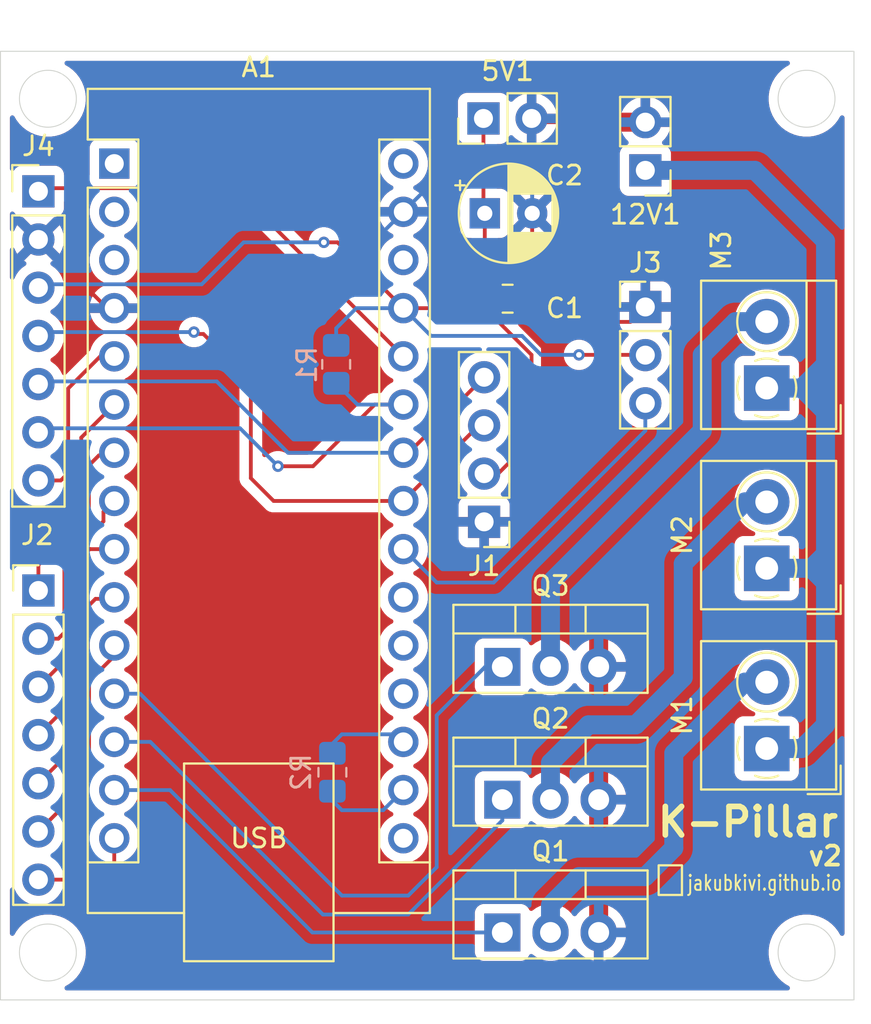
<source format=kicad_pcb>
(kicad_pcb (version 20241229) (generator "pcbnew") (generator_version "9.0")
  (layers (0 "F.Cu" signal) (2 "B.Cu" signal) (13 "F.Paste" user) (15 "B.Paste" user) (5 "F.SilkS" user "F.Silkscreen") (7 "B.SilkS" user "B.Silkscreen") (1 "F.Mask" user) (3 "B.Mask" user) (25 "Edge.Cuts" user))
  (net 0 "")
  (net 1 "Net-(A1-D12)")
  (net 3 "RTC_SDA")
  (net 4 "Net-(A1-D4)")
  (net 6 "Net-(A1-A3)")
  (net 7 "RTC_SQ")
  (net 8 "RTC_SCL")
  (net 9 "Net-(A1-D5)")
  (net 10 "GND")
  (net 11 "Net-(A1-D3)")
  (net 12 "Net-(A1-D7)")
  (net 13 "unconnected-(A1-A0-Pad19)")
  (net 15 "Net-(A1-3V3)")
  (net 16 "+5V")
  (net 20 "Net-(A1-D6)")
  (net 22 "Net-(A1-AREF)")
  (net 23 "Net-(A1-D8)")
  (net 24 "Net-(M1--)")
  (net 25 "+12V")
  (net 26 "Net-(M2--)")
  (net 27 "Net-(M3--)")
  (net 29 "PUMP1")
  (net 30 "RTC_BAT")
  (net 31 "PUMP3")
  (net 32 "RTC_DS")
  (net 33 "PUMP2")
  (footprint "Connector_PinHeader_2.54mm:PinHeader_1x04_P2.54mm_Vertical" (layer "F.Cu") (at 51 44.8 180)
    (property "Reference" "J1" (at 0 -2.33 180) (layer "F.SilkS"))
    (property "Value" "I2COut")
    (pad "1" thru_hole rect (at 0 0 180) (size 1.7 1.7) (drill 1) (layers "*.Cu" "*.Mask") (net 10 "GND"))
    (pad "2" thru_hole oval (at 0 2.54 180) (size 1.7 1.7) (drill 1) (layers "*.Cu" "*.Mask") (net 16 "+5V"))
    (pad "3" thru_hole oval (at 0 5.08 180) (size 1.7 1.7) (drill 1) (layers "*.Cu" "*.Mask") (net 3 "RTC_SDA"))
    (pad "4" thru_hole oval (at 0 7.62 180) (size 1.7 1.7) (drill 1) (layers "*.Cu" "*.Mask") (net 8 "RTC_SCL"))
  )
  (footprint "Connector_PinHeader_2.54mm:PinHeader_1x07_P2.54mm_Vertical" (layer "F.Cu") (at 27.5 27.38)
    (property "Reference" "J4" (at 0 -2.38 0) (layer "F.SilkS"))
    (property "Value" "RTC")
    (pad "1" thru_hole rect (at 0 0) (size 1.7 1.7) (drill 1) (layers "*.Cu" "*.Mask") (net 30 "RTC_BAT"))
    (pad "2" thru_hole circle (at 0 2.54) (size 1.7 1.7) (drill 1) (layers "*.Cu" "*.Mask") (net 10 "GND"))
    (pad "3" thru_hole circle (at 0 5.08) (size 1.7 1.7) (drill 1) (layers "*.Cu" "*.Mask") (net 16 "+5V"))
    (pad "4" thru_hole circle (at 0 7.62) (size 1.7 1.7) (drill 1) (layers "*.Cu" "*.Mask") (net 3 "RTC_SDA"))
    (pad "5" thru_hole circle (at 0 10.16) (size 1.7 1.7) (drill 1) (layers "*.Cu" "*.Mask") (net 8 "RTC_SCL"))
    (pad "6" thru_hole circle (at 0 12.7) (size 1.7 1.7) (drill 1) (layers "*.Cu" "*.Mask") (net 32 "RTC_DS"))
    (pad "7" thru_hole circle (at 0 15.24) (size 1.7 1.7) (drill 1) (layers "*.Cu" "*.Mask") (net 7 "RTC_SQ"))
  )
  (footprint "Connector_PinHeader_2.54mm:PinHeader_1x07_P2.54mm_Vertical" (layer "F.Cu") (at 27.5 48.42)
    (property "Reference" "J2" (at -0.06 -2.92 0) (layer "F.SilkS"))
    (property "Value" "Keypad")
    (pad "1" thru_hole rect (at 0 0) (size 1.7 1.7) (drill 1) (layers "*.Cu" "*.Mask") (net 11 "Net-(A1-D3)"))
    (pad "2" thru_hole oval (at 0 2.54) (size 1.7 1.7) (drill 1) (layers "*.Cu" "*.Mask") (net 4 "Net-(A1-D4)"))
    (pad "3" thru_hole oval (at 0 5.08) (size 1.7 1.7) (drill 1) (layers "*.Cu" "*.Mask") (net 9 "Net-(A1-D5)"))
    (pad "4" thru_hole oval (at 0 7.62) (size 1.7 1.7) (drill 1) (layers "*.Cu" "*.Mask") (net 20 "Net-(A1-D6)"))
    (pad "5" thru_hole oval (at 0 10.16) (size 1.7 1.7) (drill 1) (layers "*.Cu" "*.Mask") (net 12 "Net-(A1-D7)"))
    (pad "6" thru_hole oval (at 0 12.7) (size 1.7 1.7) (drill 1) (layers "*.Cu" "*.Mask") (net 23 "Net-(A1-D8)"))
    (pad "7" thru_hole oval (at 0 15.24) (size 1.7 1.7) (drill 1) (layers "*.Cu" "*.Mask") (net 1 "Net-(A1-D12)"))
  )
  (footprint "SVGs:jakubkivi.github.io" (layer "F.Cu") (at 59.758993 64.904998)
    (property "Reference" "REF**" (hide yes))
    (property "Value" "jakubkivi.github.io" (hide yes))
    (fp_text user "jakubkivi.github.io" (at 1.9 -0.6 0) (layer "F.SilkS") (effects (font (size 0.8 0.6) (thickness 0.1) (bold yes)) (justify left bottom)))
  )
  (footprint "Capacitor_SMD:C_0805_2012Metric_Pad1.18x1.45mm_HandSolder" (layer "F.Cu") (at 52.24 33.04 180)
    (property "Reference" "C1" (at -3 -0.5 180) (layer "F.SilkS"))
    (property "Value" "100n")
    (pad "1" smd roundrect (at -1.0375 0 180) (size 1.175 1.45) (layers "F.Cu" "F.Mask" "F.Paste") (roundrect_rratio 0.212766) (net 10 "GND"))
    (pad "2" smd roundrect (at 1.0375 0 180) (size 1.175 1.45) (layers "F.Cu" "F.Mask" "F.Paste") (roundrect_rratio 0.212766) (net 16 "+5V"))
  )
  (footprint "Connector_PinHeader_2.54mm:PinHeader_1x02_P2.54mm_Vertical" (layer "F.Cu") (at 59.5 26.275 180)
    (property "Reference" "12V1" (at 0 -2.33 180) (layer "F.SilkS"))
    (property "Value" "Conn_01x02_Pin")
    (pad "1" thru_hole rect (at 0 0 180) (size 1.7 1.7) (drill 1) (layers "*.Cu" "*.Mask") (net 25 "+12V"))
    (pad "2" thru_hole oval (at 0 2.54 180) (size 1.7 1.7) (drill 1) (layers "*.Cu" "*.Mask") (net 10 "GND"))
  )
  (footprint "TerminalBlock_4Ucon:TerminalBlock_4Ucon_1x02_P3.50mm_Horizontal" (layer "F.Cu") (at 65.9 56.75 90)
    (property "Reference" "M1" (at 1.75 -4.46 270) (layer "F.SilkS"))
    (property "Value" "Pump")
    (pad "1" thru_hole rect (at 0 0 90) (size 2.4 2.4) (drill 1.2) (layers "*.Cu" "*.Mask") (net 25 "+12V"))
    (pad "2" thru_hole circle (at 3.5 0 90) (size 2.4 2.4) (drill 1.2) (layers "*.Cu" "*.Mask") (net 24 "Net-(M1--)"))
  )
  (footprint "TerminalBlock_4Ucon:TerminalBlock_4Ucon_1x02_P3.50mm_Horizontal" (layer "F.Cu") (at 65.9 37.75 90)
    (property "Reference" "M3" (at 7.25 -2.4 270) (layer "F.SilkS"))
    (property "Value" "Pump")
    (pad "1" thru_hole rect (at 0 0 90) (size 2.4 2.4) (drill 1.2) (layers "*.Cu" "*.Mask") (net 25 "+12V"))
    (pad "2" thru_hole circle (at 3.5 0 90) (size 2.4 2.4) (drill 1.2) (layers "*.Cu" "*.Mask") (net 27 "Net-(M3--)"))
  )
  (footprint "Package_TO_SOT_THT:TO-220-3_Vertical" (layer "F.Cu") (at 51.96 59.445)
    (property "Reference" "Q2" (at 2.54 -4.27 0) (layer "F.SilkS"))
    (property "Value" "IRLZ44N")
    (pad "1" thru_hole rect (at 0 0) (size 1.905 2) (drill 1.1) (layers "*.Cu" "*.Mask") (net 33 "PUMP2"))
    (pad "2" thru_hole oval (at 2.54 0) (size 1.905 2) (drill 1.1) (layers "*.Cu" "*.Mask") (net 26 "Net-(M2--)"))
    (pad "3" thru_hole oval (at 5.08 0) (size 1.905 2) (drill 1.1) (layers "*.Cu" "*.Mask") (net 10 "GND"))
  )
  (footprint "Module:Arduino_Nano" (layer "F.Cu") (at 31.5 25.92)
    (property "Reference" "A1" (at 7.62 -5.08 0) (layer "F.SilkS"))
    (property "Value" "Arduino_Nano_v3.x")
    (fp_text user "USB" (at 7.62 35.56 0) (layer "F.SilkS"))
    (pad "1" thru_hole rect (at 0 0) (size 1.6 1.6) (drill 1) (layers "*.Cu" "*.Mask"))
    (pad "2" thru_hole oval (at 0 2.54) (size 1.6 1.6) (drill 1) (layers "*.Cu" "*.Mask"))
    (pad "3" thru_hole oval (at 0 5.08) (size 1.6 1.6) (drill 1) (layers "*.Cu" "*.Mask"))
    (pad "4" thru_hole oval (at 0 7.62) (size 1.6 1.6) (drill 1) (layers "*.Cu" "*.Mask") (net 10 "GND"))
    (pad "5" thru_hole oval (at 0 10.16) (size 1.6 1.6) (drill 1) (layers "*.Cu" "*.Mask") (net 7 "RTC_SQ"))
    (pad "6" thru_hole oval (at 0 12.7) (size 1.6 1.6) (drill 1) (layers "*.Cu" "*.Mask") (net 11 "Net-(A1-D3)"))
    (pad "7" thru_hole oval (at 0 15.24) (size 1.6 1.6) (drill 1) (layers "*.Cu" "*.Mask") (net 4 "Net-(A1-D4)"))
    (pad "8" thru_hole oval (at 0 17.78) (size 1.6 1.6) (drill 1) (layers "*.Cu" "*.Mask") (net 9 "Net-(A1-D5)"))
    (pad "9" thru_hole oval (at 0 20.32) (size 1.6 1.6) (drill 1) (layers "*.Cu" "*.Mask") (net 20 "Net-(A1-D6)"))
    (pad "10" thru_hole oval (at 0 22.86) (size 1.6 1.6) (drill 1) (layers "*.Cu" "*.Mask") (net 12 "Net-(A1-D7)"))
    (pad "11" thru_hole oval (at 0 25.4) (size 1.6 1.6) (drill 1) (layers "*.Cu" "*.Mask") (net 23 "Net-(A1-D8)"))
    (pad "12" thru_hole oval (at 0 27.94) (size 1.6 1.6) (drill 1) (layers "*.Cu" "*.Mask") (net 31 "PUMP3"))
    (pad "13" thru_hole oval (at 0 30.48) (size 1.6 1.6) (drill 1) (layers "*.Cu" "*.Mask") (net 33 "PUMP2"))
    (pad "14" thru_hole oval (at 0 33.02) (size 1.6 1.6) (drill 1) (layers "*.Cu" "*.Mask") (net 29 "PUMP1"))
    (pad "15" thru_hole oval (at 0 35.56) (size 1.6 1.6) (drill 1) (layers "*.Cu" "*.Mask") (net 1 "Net-(A1-D12)"))
    (pad "16" thru_hole oval (at 15.24 35.56) (size 1.6 1.6) (drill 1) (layers "*.Cu" "*.Mask"))
    (pad "17" thru_hole oval (at 15.24 33.02) (size 1.6 1.6) (drill 1) (layers "*.Cu" "*.Mask") (net 15 "Net-(A1-3V3)"))
    (pad "18" thru_hole oval (at 15.24 30.48) (size 1.6 1.6) (drill 1) (layers "*.Cu" "*.Mask") (net 22 "Net-(A1-AREF)"))
    (pad "19" thru_hole oval (at 15.24 27.94) (size 1.6 1.6) (drill 1) (layers "*.Cu" "*.Mask") (net 13 "unconnected-(A1-A0-Pad19)"))
    (pad "20" thru_hole oval (at 15.24 25.4) (size 1.6 1.6) (drill 1) (layers "*.Cu" "*.Mask"))
    (pad "21" thru_hole oval (at 15.24 22.86) (size 1.6 1.6) (drill 1) (layers "*.Cu" "*.Mask"))
    (pad "22" thru_hole oval (at 15.24 20.32) (size 1.6 1.6) (drill 1) (layers "*.Cu" "*.Mask") (net 6 "Net-(A1-A3)"))
    (pad "23" thru_hole oval (at 15.24 17.78) (size 1.6 1.6) (drill 1) (layers "*.Cu" "*.Mask") (net 3 "RTC_SDA"))
    (pad "24" thru_hole oval (at 15.24 15.24) (size 1.6 1.6) (drill 1) (layers "*.Cu" "*.Mask") (net 8 "RTC_SCL"))
    (pad "25" thru_hole oval (at 15.24 12.7) (size 1.6 1.6) (drill 1) (layers "*.Cu" "*.Mask") (net 32 "RTC_DS"))
    (pad "26" thru_hole oval (at 15.24 10.16) (size 1.6 1.6) (drill 1) (layers "*.Cu" "*.Mask") (net 30 "RTC_BAT"))
    (pad "27" thru_hole oval (at 15.24 7.62) (size 1.6 1.6) (drill 1) (layers "*.Cu" "*.Mask") (net 16 "+5V"))
    (pad "28" thru_hole oval (at 15.24 5.08) (size 1.6 1.6) (drill 1) (layers "*.Cu" "*.Mask"))
    (pad "29" thru_hole oval (at 15.24 2.54) (size 1.6 1.6) (drill 1) (layers "*.Cu" "*.Mask") (net 10 "GND"))
    (pad "30" thru_hole oval (at 15.24 0) (size 1.6 1.6) (drill 1) (layers "*.Cu" "*.Mask"))
  )
  (footprint "TerminalBlock_4Ucon:TerminalBlock_4Ucon_1x02_P3.50mm_Horizontal" (layer "F.Cu") (at 65.9 47.25 90)
    (property "Reference" "M2" (at 1.75 -4.46 270) (layer "F.SilkS"))
    (property "Value" "Pump")
    (pad "1" thru_hole rect (at 0 0 90) (size 2.4 2.4) (drill 1.2) (layers "*.Cu" "*.Mask") (net 25 "+12V"))
    (pad "2" thru_hole circle (at 3.5 0 90) (size 2.4 2.4) (drill 1.2) (layers "*.Cu" "*.Mask") (net 26 "Net-(M2--)"))
  )
  (footprint "Connector_PinHeader_2.54mm:PinHeader_1x02_P2.54mm_Vertical" (layer "F.Cu") (at 50.965 23.54 90)
    (property "Reference" "5V1" (at 2.5 1.275 0) (layer "F.SilkS"))
    (property "Value" "Conn_01x02_Pin")
    (pad "1" thru_hole rect (at 0 0 90) (size 1.7 1.7) (drill 1) (layers "*.Cu" "*.Mask") (net 16 "+5V"))
    (pad "2" thru_hole oval (at 0 2.54 90) (size 1.7 1.7) (drill 1) (layers "*.Cu" "*.Mask") (net 10 "GND"))
  )
  (footprint "Package_TO_SOT_THT:TO-220-3_Vertical" (layer "F.Cu") (at 51.96 52.445)
    (property "Reference" "Q3" (at 2.54 -4.27 0) (layer "F.SilkS"))
    (property "Value" "IRLZ44N")
    (pad "1" thru_hole rect (at 0 0) (size 1.905 2) (drill 1.1) (layers "*.Cu" "*.Mask") (net 31 "PUMP3"))
    (pad "2" thru_hole oval (at 2.54 0) (size 1.905 2) (drill 1.1) (layers "*.Cu" "*.Mask") (net 27 "Net-(M3--)"))
    (pad "3" thru_hole oval (at 5.08 0) (size 1.905 2) (drill 1.1) (layers "*.Cu" "*.Mask") (net 10 "GND"))
  )
  (footprint "Package_TO_SOT_THT:TO-220-3_Vertical" (layer "F.Cu") (at 51.96 66.445)
    (property "Reference" "Q1" (at 2.54 -4.27 0) (layer "F.SilkS"))
    (property "Value" "IRLZ44N")
    (pad "1" thru_hole rect (at 0 0) (size 1.905 2) (drill 1.1) (layers "*.Cu" "*.Mask") (net 29 "PUMP1"))
    (pad "2" thru_hole oval (at 2.54 0) (size 1.905 2) (drill 1.1) (layers "*.Cu" "*.Mask") (net 24 "Net-(M1--)"))
    (pad "3" thru_hole oval (at 5.08 0) (size 1.905 2) (drill 1.1) (layers "*.Cu" "*.Mask") (net 10 "GND"))
  )
  (footprint "Connector_PinHeader_2.54mm:PinHeader_1x03_P2.54mm_Vertical" (layer "F.Cu") (at 59.5 33.475)
    (property "Reference" "J3" (at 0 -2.33 0) (layer "F.SilkS"))
    (property "Value" "Relay")
    (pad "1" thru_hole rect (at 0 0) (size 1.7 1.7) (drill 1) (layers "*.Cu" "*.Mask") (net 10 "GND"))
    (pad "2" thru_hole oval (at 0 2.54) (size 1.7 1.7) (drill 1) (layers "*.Cu" "*.Mask") (net 16 "+5V"))
    (pad "3" thru_hole oval (at 0 5.08) (size 1.7 1.7) (drill 1) (layers "*.Cu" "*.Mask") (net 6 "Net-(A1-A3)"))
  )
  (footprint "Capacitor_THT:CP_Radial_D5.0mm_P2.50mm" (layer "F.Cu") (at 51.034888 28.54)
    (property "Reference" "C2" (at 4.205112 -2 0) (layer "F.SilkS"))
    (property "Value" "100u")
    (pad "1" thru_hole rect (at 0 0) (size 1.6 1.6) (drill 0.8) (layers "*.Cu" "*.Mask") (net 16 "+5V"))
    (pad "2" thru_hole circle (at 2.5 0) (size 1.6 1.6) (drill 0.8) (layers "*.Cu" "*.Mask") (net 10 "GND"))
  )
  (footprint "Resistor_SMD:R_0805_2012Metric_Pad1.20x1.40mm_HandSolder" (layer "B.Cu") (at 43 58 -90)
    (property "Reference" "R2" (at 0 1.65 90) (layer "B.SilkS") (effects (justify mirror)))
    (property "Value" "10k")
    (pad "1" smd roundrect (at -1 0 270) (size 1.2 1.4) (layers "B.Cu" "B.Mask" "B.Paste") (roundrect_rratio 0.208333) (net 22 "Net-(A1-AREF)"))
    (pad "2" smd roundrect (at 1 0 270) (size 1.2 1.4) (layers "B.Cu" "B.Mask" "B.Paste") (roundrect_rratio 0.208333) (net 15 "Net-(A1-3V3)"))
  )
  (footprint "Resistor_SMD:R_0805_2012Metric_Pad1.20x1.40mm_HandSolder" (layer "B.Cu") (at 43.2 36.5 90)
    (property "Reference" "R1" (at -0.03 -1.54 90) (layer "B.SilkS") (effects (justify mirror)))
    (property "Value" "4k7")
    (pad "1" smd roundrect (at -1 0 90) (size 1.2 1.4) (layers "B.Cu" "B.Mask" "B.Paste") (roundrect_rratio 0.208333) (net 32 "RTC_DS"))
    (pad "2" smd roundrect (at 1 0 90) (size 1.2 1.4) (layers "B.Cu" "B.Mask" "B.Paste") (roundrect_rratio 0.208333) (net 16 "+5V"))
  )
  (gr_rect (start 25.5 20) (end 70.5 70) (stroke (width 0.05)) (fill no) (layer "Edge.Cuts"))
  (gr_circle (center 68 67.5) (end 69.5 67.5) (stroke (width 0.05)) (fill no) (layer "Edge.Cuts"))
  (gr_circle (center 68 22.5) (end 69.5 22.5) (stroke (width 0.05)) (fill no) (layer "Edge.Cuts"))
  (gr_circle (center 28 67.5) (end 29.5 67.5) (stroke (width 0.05)) (fill no) (layer "Edge.Cuts"))
  (gr_circle (center 28 22.5) (end 29.5 22.5) (stroke (width 0.05)) (fill no) (layer "Edge.Cuts"))
  (gr_text "K-Pillar" (at 60 61.5 0) (layer "F.SilkS") (effects (font (size 1.5 1.5) (thickness 0.3) (bold yes)) (justify left bottom)))
  (gr_text "v2" (at 68 63 0) (layer "F.SilkS") (effects (font (size 1 1) (thickness 0.2) (bold yes)) (justify left bottom)))
  (segment (start 27.5 63.66) (end 30.82 63.66) (width 0.2) (layer "F.Cu") (net 1))
  (segment (start 31.5 62.98) (end 31.5 61.48) (width 0.2) (layer "F.Cu") (net 1))
  (segment (start 30.82 63.66) (end 31.5 62.98) (width 0.2) (layer "F.Cu") (net 1))
  (segment (start 38.7 37.4) (end 38.7 42.5) (width 0.2) (layer "F.Cu") (net 3))
  (segment (start 38.7 42.5) (end 39.9 43.7) (width 0.2) (layer "F.Cu") (net 3))
  (segment (start 36.2 34.9) (end 38.7 37.4) (width 0.2) (layer "F.Cu") (net 3))
  (segment (start 46.74 43.7) (end 50.72 39.72) (width 0.2) (layer "F.Cu") (net 3))
  (segment (start 35.7 34.8) (end 35.8 34.9) (width 0.2) (layer "F.Cu") (net 3))
  (segment (start 39.9 43.7) (end 46.74 43.7) (width 0.2) (layer "F.Cu") (net 3))
  (segment (start 35.8 34.9) (end 36.2 34.9) (width 0.2) (layer "F.Cu") (net 3))
  (segment (start 50.72 39.72) (end 51 39.72) (width 0.2) (layer "F.Cu") (net 3))
  (via (at 35.7 34.8) (size 0.6) (drill 0.3) (layers "F.Cu" "B.Cu") (net 3))
  (segment (start 27.7 34.8) (end 27.5 35) (width 0.2) (layer "B.Cu") (net 3))
  (segment (start 35.7 34.8) (end 27.7 34.8) (width 0.2) (layer "B.Cu") (net 3))
  (segment (start 28.55 50.96) (end 28.87 50.64) (width 0.2) (layer "F.Cu") (net 4))
  (segment (start 30.16 41.83) (end 30.69 41.3) (width 0.2) (layer "F.Cu") (net 4))
  (segment (start 28.87 50.64) (end 28.87 46.2671) (width 0.2) (layer "F.Cu") (net 4))
  (segment (start 30.16 44.9771) (end 30.16 41.83) (width 0.2) (layer "F.Cu") (net 4))
  (segment (start 31.36 41.3) (end 31.5 41.16) (width 0.2) (layer "F.Cu") (net 4))
  (segment (start 28.87 46.2671) (end 30.16 44.9771) (width 0.2) (layer "F.Cu") (net 4))
  (segment (start 30.69 41.3) (end 31.36 41.3) (width 0.2) (layer "F.Cu") (net 4))
  (segment (start 27.5 50.96) (end 28.55 50.96) (width 0.2) (layer "F.Cu") (net 4))
  (segment (start 28 51.16) (end 28.16 51.32) (width 0.2) (layer "B.Cu") (net 4))
  (segment (start 59.5 38.555) (end 59.5 40) (width 0.2) (layer "B.Cu") (net 6))
  (segment (start 59.5 40) (end 51.5 48) (width 0.2) (layer "B.Cu") (net 6))
  (segment (start 51.5 48) (end 48.5 48) (width 0.2) (layer "B.Cu") (net 6))
  (segment (start 48.5 48) (end 46.74 46.24) (width 0.2) (layer "B.Cu") (net 6))
  (segment (start 30.84 36) (end 31.42 36) (width 0.2) (layer "F.Cu") (net 7))
  (segment (start 31.42 36) (end 31.5 36.08) (width 0.2) (layer "F.Cu") (net 7))
  (segment (start 29.07 42.23) (end 29.07 37.77) (width 0.2) (layer "F.Cu") (net 7))
  (segment (start 28.68 42.62) (end 29.07 42.23) (width 0.2) (layer "F.Cu") (net 7))
  (segment (start 27.5 42.62) (end 28.68 42.62) (width 0.2) (layer "F.Cu") (net 7))
  (segment (start 29.07 37.77) (end 30.84 36) (width 0.2) (layer "F.Cu") (net 7))
  (segment (start 31.34 35.92) (end 31.5 36.08) (width 0.2) (layer "B.Cu") (net 7))
  (segment (start 47.02 41.16) (end 51 37.18) (width 0.2) (layer "F.Cu") (net 8))
  (segment (start 46.74 41.16) (end 47.02 41.16) (width 0.2) (layer "F.Cu") (net 8))
  (segment (start 27.64 37.4) (end 27.5 37.54) (width 0.2) (layer "B.Cu") (net 8))
  (segment (start 46.74 41.16) (end 40.66 41.16) (width 0.2) (layer "B.Cu") (net 8))
  (segment (start 40.66 41.16) (end 36.9 37.4) (width 0.2) (layer "B.Cu") (net 8))
  (segment (start 36.9 37.4) (end 27.64 37.4) (width 0.2) (layer "B.Cu") (net 8))
  (segment (start 27.5 53.5) (end 29.24 51.76) (width 0.2) (layer "F.Cu") (net 9))
  (segment (start 29.24 51.76) (end 29.24 50.8371) (width 0.2) (layer "F.Cu") (net 9))
  (segment (start 30.93 44.7742) (end 30.93 44.27) (width 0.2) (layer "F.Cu") (net 9))
  (segment (start 29.24 50.8371) (end 29.271 50.8061) (width 0.2) (layer "F.Cu") (net 9))
  (segment (start 29.271 50.8061) (end 29.271 46.4332) (width 0.2) (layer "F.Cu") (net 9))
  (segment (start 29.271 46.4332) (end 30.93 44.7742) (width 0.2) (layer "F.Cu") (net 9))
  (segment (start 30.93 44.27) (end 31.5 43.7) (width 0.2) (layer "F.Cu") (net 9))
  (segment (start 31.34 43.54) (end 31.5 43.7) (width 0.2) (layer "B.Cu") (net 9))
  (segment (start 59.5 33.475) (end 58.7125 34.2625) (width 0.2) (layer "F.Cu") (net 10))
  (segment (start 51 44.8) (end 52.7 44.8) (width 0.2) (layer "F.Cu") (net 10))
  (segment (start 52.7 44.8) (end 54.5 43) (width 0.2) (layer "F.Cu") (net 10))
  (segment (start 55.7225 33.04) (end 53.2775 33.04) (width 1) (layer "F.Cu") (net 10))
  (segment (start 59.5 23.735) (end 53.7 23.735) (width 0.2) (layer "F.Cu") (net 10))
  (segment (start 56.5 32.2625) (end 54.5 34.2625) (width 1) (layer "F.Cu") (net 10))
  (segment (start 57.5 23.735) (end 56.5 24.735) (width 1) (layer "F.Cu") (net 10))
  (segment (start 54.5 35.5) (end 54.5 34.2625) (width 1) (layer "F.Cu") (net 10))
  (segment (start 27.5 29.92) (end 31.12 33.54) (width 0.2) (layer "F.Cu") (net 10))
  (segment (start 53.7 23.735) (end 53.505 23.54) (width 0.2) (layer "F.Cu") (net 10))
  (segment (start 57.04 59.445) (end 57.04 66.445) (width 1) (layer "F.Cu") (net 10))
  (segment (start 54.5 43) (end 57.04 45.54) (width 1) (layer "F.Cu") (net 10))
  (segment (start 54.5 43) (end 54.5 35.5) (width 1) (layer "F.Cu") (net 10))
  (segment (start 54.5 34.2625) (end 53.2775 33.04) (width 1) (layer "F.Cu") (net 10))
  (segment (start 57.04 52.445) (end 57.04 59.445) (width 1) (layer "F.Cu") (net 10))
  (segment (start 53.534888 28.54) (end 53.534888 23.569888) (width 0.2) (layer "F.Cu") (net 10))
  (segment (start 56.5 24.735) (end 56.5 32.2625) (width 1) (layer "F.Cu") (net 10))
  (segment (start 59.5 23.735) (end 57.5 23.735) (width 1) (layer "F.Cu") (net 10))
  (segment (start 53.2775 33.04) (end 53.534888 32.782612) (width 0.2) (layer "F.Cu") (net 10))
  (segment (start 53.534888 23.569888) (end 53.505 23.54) (width 0.2) (layer "F.Cu") (net 10))
  (segment (start 56.5 32.2625) (end 55.7225 33.04) (width 1) (layer "F.Cu") (net 10))
  (segment (start 53.534888 32.782612) (end 53.534888 28.54) (width 0.2) (layer "F.Cu") (net 10))
  (segment (start 58.7125 34.2625) (end 54.5 34.2625) (width 0.2) (layer "F.Cu") (net 10))
  (segment (start 31.12 33.54) (end 31.5 33.54) (width 0.2) (layer "F.Cu") (net 10))
  (segment (start 57.04 45.54) (end 57.04 52.445) (width 1) (layer "F.Cu") (net 10))
  (segment (start 41.66 33.54) (end 31.5 33.54) (width 0.2) (layer "B.Cu") (net 10))
  (segment (start 52.5 26.5) (end 48.7 26.5) (width 0.2) (layer "B.Cu") (net 10))
  (segment (start 53.534888 28.54) (end 53.534888 27.534888) (width 0.2) (layer "B.Cu") (net 10))
  (segment (start 53.534888 27.534888) (end 52.5 26.5) (width 0.2) (layer "B.Cu") (net 10))
  (segment (start 46.74 28.46) (end 41.66 33.54) (width 0.2) (layer "B.Cu") (net 10))
  (segment (start 48.7 26.5) (end 46.74 28.46) (width 0.2) (layer "B.Cu") (net 10))
  (segment (start 27.5 47.07) (end 29.76 44.81) (width 0.2) (layer "F.Cu") (net 11))
  (segment (start 27.5 48.42) (end 27.5 47.07) (width 0.2) (layer "F.Cu") (net 11))
  (segment (start 29.76 40.36) (end 31.5 38.62) (width 0.2) (layer "F.Cu") (net 11))
  (segment (start 29.76 44.81) (end 29.76 40.36) (width 0.2) (layer "F.Cu") (net 11))
  (segment (start 31.42 48.86) (end 31.5 48.78) (width 0.2) (layer "F.Cu") (net 12))
  (segment (start 29.62 52.91) (end 30.11 52.42) (width 0.2) (layer "F.Cu") (net 12))
  (segment (start 27.5 58.58) (end 29.62 56.46) (width 0.2) (layer "F.Cu") (net 12))
  (segment (start 29.62 56.46) (end 29.62 52.91) (width 0.2) (layer "F.Cu") (net 12))
  (segment (start 30.11 49.26) (end 30.51 48.86) (width 0.2) (layer "F.Cu") (net 12))
  (segment (start 30.51 48.86) (end 31.42 48.86) (width 0.2) (layer "F.Cu") (net 12))
  (segment (start 30.11 52.42) (end 30.11 49.26) (width 0.2) (layer "F.Cu") (net 12))
  (segment (start 31.34 48.62) (end 31.5 48.78) (width 0.2) (layer "B.Cu") (net 12))
  (segment (start 47.36 53.86) (end 46.74 53.86) (width 0.2) (layer "F.Cu") (net 13))
  (segment (start 43 59.5) (end 43.5 60) (width 0.2) (layer "B.Cu") (net 15))
  (segment (start 43 59) (end 43 59.5) (width 0.2) (layer "B.Cu") (net 15))
  (segment (start 45.68 60) (end 46.74 58.94) (width 0.2) (layer "B.Cu") (net 15))
  (segment (start 43.5 60) (end 45.68 60) (width 0.2) (layer "B.Cu") (net 15))
  (segment (start 43.27 30.07) (end 42.55 30.07) (width 0.2) (layer "F.Cu") (net 16))
  (segment (start 46.74 33.54) (end 43.27 30.07) (width 0.2) (layer "F.Cu") (net 16))
  (segment (start 51.2025 33.7025) (end 51.2025 33.04) (width 0.2) (layer "F.Cu") (net 16))
  (segment (start 53.5 40.5) (end 53.5 36) (width 0.2) (layer "F.Cu") (net 16))
  (segment (start 51.034888 28.54) (end 51.034888 32.872388) (width 0.2) (layer "F.Cu") (net 16))
  (segment (start 59.5 36.015) (end 59.485 36) (width 0.2) (layer "F.Cu") (net 16))
  (segment (start 51 42.26) (end 51.74 42.26) (width 0.2) (layer "F.Cu") (net 16))
  (segment (start 51.034888 32.872388) (end 51.2025 33.04) (width 0.2) (layer "F.Cu") (net 16))
  (segment (start 53.5 36) (end 51.2025 33.7025) (width 0.2) (layer "F.Cu") (net 16))
  (segment (start 59.485 36) (end 56 36) (width 0.2) (layer "F.Cu") (net 16))
  (segment (start 51.74 42.26) (end 53.5 40.5) (width 0.2) (layer "F.Cu") (net 16))
  (segment (start 50.7025 33.54) (end 51.2025 33.04) (width 0.2) (layer "F.Cu") (net 16))
  (segment (start 46.74 33.54) (end 50.7025 33.54) (width 0.2) (layer "F.Cu") (net 16))
  (segment (start 50.965 28.470112) (end 51.034888 28.54) (width 0.2) (layer "F.Cu") (net 16))
  (segment (start 50.965 23.54) (end 50.965 28.470112) (width 0.2) (layer "F.Cu") (net 16))
  (via (at 42.55 30.07) (size 0.6) (drill 0.3) (layers "F.Cu" "B.Cu") (net 16))
  (via (at 56 36) (size 0.6) (drill 0.3) (layers "F.Cu" "B.Cu") (net 16))
  (segment (start 54 36) (end 53 35) (width 0.2) (layer "B.Cu") (net 16))
  (segment (start 56 36) (end 54 36) (width 0.2) (layer "B.Cu") (net 16))
  (segment (start 48.2 35) (end 46.74 33.54) (width 0.2) (layer "B.Cu") (net 16))
  (segment (start 44.26 33.54) (end 46.74 33.54) (width 0.2) (layer "B.Cu") (net 16))
  (segment (start 43.2 34.6) (end 44.26 33.54) (width 0.2) (layer "B.Cu") (net 16))
  (segment (start 27.68 32.28) (end 27.5 32.46) (width 0.2) (layer "B.Cu") (net 16))
  (segment (start 42.55 30.07) (end 38.32 30.07) (width 0.2) (layer "B.Cu") (net 16))
  (segment (start 43.2 35.5) (end 43.2 34.6) (width 0.2) (layer "B.Cu") (net 16))
  (segment (start 36.11 32.28) (end 27.68 32.28) (width 0.2) (layer "B.Cu") (net 16))
  (segment (start 38.32 30.07) (end 36.11 32.28) (width 0.2) (layer "B.Cu") (net 16))
  (segment (start 53 35) (end 48.2 35) (width 0.2) (layer "B.Cu") (net 16))
  (segment (start 29.14 54.4) (end 29.14 52.69) (width 0.2) (layer "F.Cu") (net 20))
  (segment (start 30.21 46.23) (end 30.22 46.24) (width 0.2) (layer "F.Cu") (net 20))
  (segment (start 29.672 52.158) (end 29.672 46.768) (width 0.2) (layer "F.Cu") (net 20))
  (segment (start 30.22 46.24) (end 31.5 46.24) (width 0.2) (layer "F.Cu") (net 20))
  (segment (start 29.672 46.768) (end 30.21 46.23) (width 0.2) (layer "F.Cu") (net 20))
  (segment (start 27.5 56.04) (end 29.14 54.4) (width 0.2) (layer "F.Cu") (net 20))
  (segment (start 29.14 52.69) (end 29.672 52.158) (width 0.2) (layer "F.Cu") (net 20))
  (segment (start 31.34 46.08) (end 31.5 46.24) (width 0.2) (layer "B.Cu") (net 20))
  (segment (start 46.74 56.4) (end 46.74 56.24) (width 0.2) (layer "B.Cu") (net 22))
  (segment (start 46.74 56.24) (end 46.5 56) (width 0.2) (layer "B.Cu") (net 22))
  (segment (start 43.5 56) (end 43 56.5) (width 0.2) (layer "B.Cu") (net 22))
  (segment (start 43 56.5) (end 43 57) (width 0.2) (layer "B.Cu") (net 22))
  (segment (start 46.5 56) (end 43.5 56) (width 0.2) (layer "B.Cu") (net 22))
  (segment (start 30.17 58.45) (end 27.5 61.12) (width 0.2) (layer "F.Cu") (net 23))
  (segment (start 31.5 51.32) (end 31.5 51.87) (width 0.2) (layer "F.Cu") (net 23))
  (segment (start 31.5 51.87) (end 30.17 53.2) (width 0.2) (layer "F.Cu") (net 23))
  (segment (start 30.17 53.2) (end 30.17 58.45) (width 0.2) (layer "F.Cu") (net 23))
  (segment (start 65.9 53.25) (end 64.75 53.25) (width 1) (layer "B.Cu") (net 24))
  (segment (start 61 62) (end 59.5 63.5) (width 1) (layer "B.Cu") (net 24))
  (segment (start 54.5 65) (end 54.5 66.445) (width 1) (layer "B.Cu") (net 24))
  (segment (start 59.5 63.5) (end 56 63.5) (width 1) (layer "B.Cu") (net 24))
  (segment (start 64.75 53.25) (end 61 57) (width 1) (layer "B.Cu") (net 24))
  (segment (start 61 57) (end 61 62) (width 1) (layer "B.Cu") (net 24))
  (segment (start 56 63.5) (end 54.5 65) (width 1) (layer "B.Cu") (net 24))
  (segment (start 69 39) (end 67.75 37.75) (width 1) (layer "B.Cu") (net 25))
  (segment (start 69 46.5) (end 69 39) (width 1) (layer "B.Cu") (net 25))
  (segment (start 67.75 56.75) (end 65.9 56.75) (width 1) (layer "B.Cu") (net 25))
  (segment (start 65.9 47.25) (end 68.25 47.25) (width 1) (layer "B.Cu") (net 25))
  (segment (start 68.75 37.75) (end 67.75 37.75) (width 1) (layer "B.Cu") (net 25))
  (segment (start 69 48) (end 69 46.5) (width 1) (layer "B.Cu") (net 25))
  (segment (start 65.275 26.275) (end 69 30) (width 1) (layer "B.Cu") (net 25))
  (segment (start 68.25 47.25) (end 69 48) (width 1) (layer "B.Cu") (net 25))
  (segment (start 69 36.5) (end 67.75 37.75) (width 1) (layer "B.Cu") (net 25))
  (segment (start 69 55.5) (end 67.75 56.75) (width 1) (layer "B.Cu") (net 25))
  (segment (start 69 36.5) (end 69 37.5) (width 1) (layer "B.Cu") (net 25))
  (segment (start 59.5 26.275) (end 65.275 26.275) (width 1) (layer "B.Cu") (net 25))
  (segment (start 69 37.5) (end 69 39) (width 1) (layer "B.Cu") (net 25))
  (segment (start 67.75 37.75) (end 65.9 37.75) (width 1) (layer "B.Cu") (net 25))
  (segment (start 68.25 47.25) (end 69 46.5) (width 1) (layer "B.Cu") (net 25))
  (segment (start 69 48) (end 69 55.5) (width 1) (layer "B.Cu") (net 25))
  (segment (start 69 37.5) (end 68.75 37.75) (width 1) (layer "B.Cu") (net 25))
  (segment (start 69 30) (end 69 36.5) (width 1) (layer "B.Cu") (net 25))
  (segment (start 61.5 47) (end 61.5 53) (width 1) (layer "B.Cu") (net 26))
  (segment (start 65.9 43.75) (end 64.75 43.75) (width 1) (layer "B.Cu") (net 26))
  (segment (start 64.75 43.75) (end 61.5 47) (width 1) (layer "B.Cu") (net 26))
  (segment (start 59 55.5) (end 56.5 55.5) (width 1) (layer "B.Cu") (net 26))
  (segment (start 54.5 57.5) (end 54.5 59.445) (width 1) (layer "B.Cu") (net 26))
  (segment (start 56.5 55.5) (end 54.5 57.5) (width 1) (layer "B.Cu") (net 26))
  (segment (start 61.5 53) (end 59 55.5) (width 1) (layer "B.Cu") (net 26))
  (segment (start 62.5 36) (end 62.5 40) (width 1) (layer "B.Cu") (net 27))
  (segment (start 65.9 34.25) (end 64.25 34.25) (width 1) (layer "B.Cu") (net 27))
  (segment (start 54.5 48) (end 54.5 52.445) (width 1) (layer "B.Cu") (net 27))
  (segment (start 62.5 40) (end 54.5 48) (width 1) (layer "B.Cu") (net 27))
  (segment (start 64.25 34.25) (end 62.5 36) (width 1) (layer "B.Cu") (net 27))
  (segment (start 34.44 58.94) (end 31.5 58.94) (width 0.2) (layer "B.Cu") (net 29))
  (segment (start 41.945 66.445) (end 34.44 58.94) (width 0.2) (layer "B.Cu") (net 29))
  (segment (start 41.945 66.445) (end 51.96 66.445) (width 0.2) (layer "B.Cu") (net 29))
  (segment (start 46.74 36.08) (end 37.874184 27.214184) (width 0.2) (layer "F.Cu") (net 30))
  (segment (start 37.874184 27.214184) (end 27.665816 27.214184) (width 0.2) (layer "F.Cu") (net 30))
  (segment (start 27.665816 27.214184) (end 27.5 27.38) (width 0.2) (layer "F.Cu") (net 30))
  (segment (start 51.055 52.445) (end 51.96 52.445) (width 0.2) (layer "B.Cu") (net 31))
  (segment (start 32.86 53.86) (end 31.5 53.86) (width 0.2) (layer "B.Cu") (net 31))
  (segment (start 43.5 64.5) (end 32.86 53.86) (width 0.2) (layer "B.Cu") (net 31))
  (segment (start 48.5 55) (end 48.5 63) (width 0.2) (layer "B.Cu") (net 31))
  (segment (start 48.5 63) (end 47 64.5) (width 0.2) (layer "B.Cu") (net 31))
  (segment (start 47 64.5) (end 43.5 64.5) (width 0.2) (layer "B.Cu") (net 31))
  (segment (start 48.5 55) (end 51.055 52.445) (width 0.2) (layer "B.Cu") (net 31))
  (segment (start 40.13 41.87) (end 41.98 41.87) (width 0.2) (layer "F.Cu") (net 32))
  (segment (start 45.23 38.62) (end 46.74 38.62) (width 0.2) (layer "F.Cu") (net 32))
  (segment (start 41.98 41.87) (end 45.23 38.62) (width 0.2) (layer "F.Cu") (net 32))
  (via (at 40.13 41.87) (size 0.6) (drill 0.3) (layers "F.Cu" "B.Cu") (net 32))
  (segment (start 37.07 39.87) (end 38.13 39.87) (width 0.2) (layer "B.Cu") (net 32))
  (segment (start 46.74 38.62) (end 44.32 38.62) (width 0.2) (layer "B.Cu") (net 32))
  (segment (start 38.13 39.87) (end 40.13 41.87) (width 0.2) (layer "B.Cu") (net 32))
  (segment (start 44.32 38.62) (end 43.2 37.5) (width 0.2) (layer "B.Cu") (net 32))
  (segment (start 27.5 40.08) (end 27.71 39.87) (width 0.2) (layer "B.Cu") (net 32))
  (segment (start 27.71 39.87) (end 34.86 39.87) (width 0.2) (layer "B.Cu") (net 32))
  (segment (start 34.86 39.87) (end 37.07 39.87) (width 0.2) (layer "B.Cu") (net 32))
  (segment (start 42.5 65.5) (end 33.4 56.4) (width 0.2) (layer "B.Cu") (net 33))
  (segment (start 51.96 60.54) (end 51.96 59.445) (width 0.2) (layer "B.Cu") (net 33))
  (segment (start 33.4 56.4) (end 31.5 56.4) (width 0.2) (layer "B.Cu") (net 33))
  (segment (start 47 65.5) (end 51.96 60.54) (width 0.2) (layer "B.Cu") (net 33))
  (segment (start 47 65.5) (end 42.5 65.5) (width 0.2) (layer "B.Cu") (net 33))
  (zone (net 10) (net_name "GND") (layer "F.Cu") (connect_pads (clearance 0.5)) (min_thickness 0.25) (fill yes (thermal_gap 0.5) (thermal_bridge_width 0.5))
    (polygon (pts (xy 70.5 20) (xy 25.5 20) (xy 25.5 70) (xy 70.5 70)))
  )
  (zone (net 10) (net_name "GND") (layer "B.Cu") (priority 1) (connect_pads (clearance 0.5)) (min_thickness 0.25) (fill yes (thermal_gap 0.5) (thermal_bridge_width 0.5))
    (polygon (pts (xy 70.5 20) (xy 70.5 70) (xy 25.5 70) (xy 25.5 20)))
  )
)
</source>
